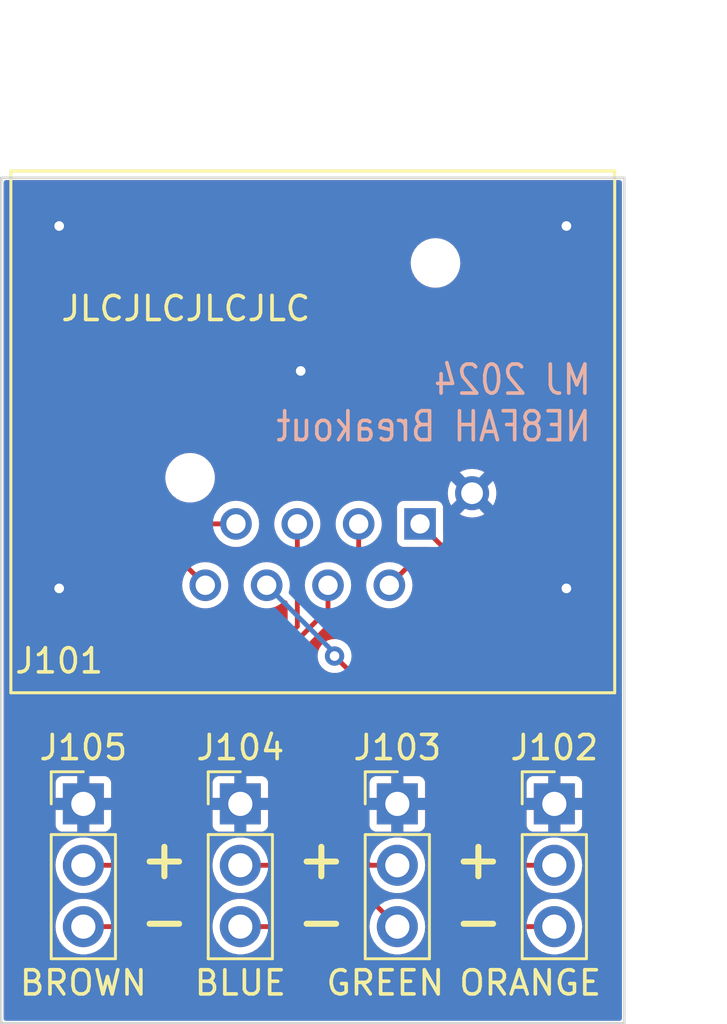
<source format=kicad_pcb>
(kicad_pcb (version 20221018) (generator pcbnew)
  (layers (0 "F.Cu" signal) (31 "B.Cu" signal) (34 "B.Paste" user) (35 "F.Paste" user) (36 "B.SilkS" user "B.Silkscreen") (37 "F.SilkS" user "F.Silkscreen") (38 "B.Mask" user) (39 "F.Mask" user) (44 "Edge.Cuts" user))
  (net 0 "")
  (net 1 "/ORANGE_P")
  (net 2 "/ORANGE_N")
  (net 3 "/GREEN_P")
  (net 4 "/BLUE_N")
  (net 5 "/BLUE_P")
  (net 6 "/GREEN_N")
  (net 7 "/BROWN_P")
  (net 8 "/BROWN_N")
  (net 9 "GND")
  (footprint "Connector_PinHeader_2.54mm:PinHeader_1x03_P2.54mm_Vertical" (layer "F.Cu") (at 60 74.92)
    (fp_text reference "J103" (at 0 -2.33) (layer "F.SilkS"))
    (fp_text value "GREEN" (at -0.5 7.41) (layer "F.SilkS"))
    (fp_line (start -1.33 -1.33) (end 0 -1.33) (stroke (width 0.12)) (layer "F.SilkS"))
    (fp_line (start -1.33 0) (end -1.33 -1.33) (stroke (width 0.12)) (layer "F.SilkS"))
    (fp_line (start -1.33 1.27) (end -1.33 6.41) (stroke (width 0.12)) (layer "F.SilkS"))
    (fp_line (start -1.33 1.27) (end 1.33 1.27) (stroke (width 0.12)) (layer "F.SilkS"))
    (fp_line (start -1.33 6.41) (end 1.33 6.41) (stroke (width 0.12)) (layer "F.SilkS"))
    (fp_line (start 1.33 1.27) (end 1.33 6.41) (stroke (width 0.12)) (layer "F.SilkS"))
    (pad "1" thru_hole rect (at 0 0) (size 1.7 1.7) (drill 1) (layers "*.Cu" "*.Mask") (net 9 "GND"))
    (pad "2" thru_hole oval (at 0 2.54) (size 1.7 1.7) (drill 1) (layers "*.Cu" "*.Mask") (net 3 "/GREEN_P"))
    (pad "3" thru_hole oval (at 0 5.08) (size 1.7 1.7) (drill 1) (layers "*.Cu" "*.Mask") (net 6 "/GREEN_N"))
  )
  (footprint "footprints:NEUTRIK_NE8FAH" (layer "F.Cu") (at 56.5 48.72)
    (fp_text reference "J101" (at -10.5 20.28) (layer "F.SilkS"))
    (fp_text value "NE8FAH" hide)
    (fp_line (start -12.5 0) (end 12.5 0) (stroke (width 0.127)) (layer "F.SilkS"))
    (fp_line (start -12.5 21.6) (end -12.5 0) (stroke (width 0.127)) (layer "F.SilkS"))
    (fp_line (start 12.5 0) (end 12.5 21.6) (stroke (width 0.127)) (layer "F.SilkS"))
    (fp_line (start 12.5 21.6) (end -12.5 21.6) (stroke (width 0.127)) (layer "F.SilkS"))
    (pad "" np_thru_hole circle (at -5.08 12.7) (size 1.55 1.55) (drill 1.55) (layers "*.Cu" "*.Mask"))
    (pad "" np_thru_hole circle (at 5.08 3.81) (size 1.55 1.55) (drill 1.55) (layers "*.Cu" "*.Mask"))
    (pad "1" thru_hole rect (at 4.44 14.61) (size 1.308 1.308) (drill 0.8) (layers "*.Cu" "*.Mask") (net 1 "/ORANGE_P"))
    (pad "2" thru_hole circle (at 3.17 17.15) (size 1.308 1.308) (drill 0.8) (layers "*.Cu" "*.Mask") (net 2 "/ORANGE_N"))
    (pad "3" thru_hole circle (at 1.9 14.61) (size 1.308 1.308) (drill 0.8) (layers "*.Cu" "*.Mask") (net 3 "/GREEN_P"))
    (pad "4" thru_hole circle (at 0.63 17.15) (size 1.308 1.308) (drill 0.8) (layers "*.Cu" "*.Mask") (net 4 "/BLUE_N"))
    (pad "5" thru_hole circle (at -0.64 14.61) (size 1.308 1.308) (drill 0.8) (layers "*.Cu" "*.Mask") (net 5 "/BLUE_P"))
    (pad "6" thru_hole circle (at -1.91 17.15) (size 1.308 1.308) (drill 0.8) (layers "*.Cu" "*.Mask") (net 6 "/GREEN_N"))
    (pad "7" thru_hole circle (at -3.18 14.61) (size 1.308 1.308) (drill 0.8) (layers "*.Cu" "*.Mask") (net 7 "/BROWN_P"))
    (pad "8" thru_hole circle (at -4.45 17.15) (size 1.308 1.308) (drill 0.8) (layers "*.Cu" "*.Mask") (net 8 "/BROWN_N"))
    (pad "G" thru_hole circle (at 6.595 13.34) (size 1.408 1.408) (drill 0.9) (layers "*.Cu" "*.Mask") (net 9 "GND"))
  )
  (footprint "Connector_PinHeader_2.54mm:PinHeader_1x03_P2.54mm_Vertical" (layer "F.Cu") (at 53.5 74.92)
    (fp_text reference "J104" (at 0 -2.33) (layer "F.SilkS"))
    (fp_text value "BLUE" (at 0 7.41) (layer "F.SilkS"))
    (fp_line (start -1.33 -1.33) (end 0 -1.33) (stroke (width 0.12)) (layer "F.SilkS"))
    (fp_line (start -1.33 0) (end -1.33 -1.33) (stroke (width 0.12)) (layer "F.SilkS"))
    (fp_line (start -1.33 1.27) (end -1.33 6.41) (stroke (width 0.12)) (layer "F.SilkS"))
    (fp_line (start -1.33 1.27) (end 1.33 1.27) (stroke (width 0.12)) (layer "F.SilkS"))
    (fp_line (start -1.33 6.41) (end 1.33 6.41) (stroke (width 0.12)) (layer "F.SilkS"))
    (fp_line (start 1.33 1.27) (end 1.33 6.41) (stroke (width 0.12)) (layer "F.SilkS"))
    (pad "1" thru_hole rect (at 0 0) (size 1.7 1.7) (drill 1) (layers "*.Cu" "*.Mask") (net 9 "GND"))
    (pad "2" thru_hole oval (at 0 2.54) (size 1.7 1.7) (drill 1) (layers "*.Cu" "*.Mask") (net 5 "/BLUE_P"))
    (pad "3" thru_hole oval (at 0 5.08) (size 1.7 1.7) (drill 1) (layers "*.Cu" "*.Mask") (net 4 "/BLUE_N"))
  )
  (footprint "Connector_PinHeader_2.54mm:PinHeader_1x03_P2.54mm_Vertical" (layer "F.Cu") (at 47 74.92)
    (fp_text reference "J105" (at 0 -2.33) (layer "F.SilkS"))
    (fp_text value "BROWN" (at 0 7.41) (layer "F.SilkS"))
    (fp_line (start -1.33 -1.33) (end 0 -1.33) (stroke (width 0.12)) (layer "F.SilkS"))
    (fp_line (start -1.33 0) (end -1.33 -1.33) (stroke (width 0.12)) (layer "F.SilkS"))
    (fp_line (start -1.33 1.27) (end -1.33 6.41) (stroke (width 0.12)) (layer "F.SilkS"))
    (fp_line (start -1.33 1.27) (end 1.33 1.27) (stroke (width 0.12)) (layer "F.SilkS"))
    (fp_line (start -1.33 6.41) (end 1.33 6.41) (stroke (width 0.12)) (layer "F.SilkS"))
    (fp_line (start 1.33 1.27) (end 1.33 6.41) (stroke (width 0.12)) (layer "F.SilkS"))
    (pad "1" thru_hole rect (at 0 0) (size 1.7 1.7) (drill 1) (layers "*.Cu" "*.Mask") (net 9 "GND"))
    (pad "2" thru_hole oval (at 0 2.54) (size 1.7 1.7) (drill 1) (layers "*.Cu" "*.Mask") (net 7 "/BROWN_P"))
    (pad "3" thru_hole oval (at 0 5.08) (size 1.7 1.7) (drill 1) (layers "*.Cu" "*.Mask") (net 8 "/BROWN_N"))
  )
  (footprint "Connector_PinHeader_2.54mm:PinHeader_1x03_P2.54mm_Vertical" (layer "F.Cu") (at 66.5 74.92)
    (fp_text reference "J102" (at 0 -2.33) (layer "F.SilkS"))
    (fp_text value "ORANGE" (at -1 7.41) (layer "F.SilkS"))
    (fp_line (start -1.33 -1.33) (end 0 -1.33) (stroke (width 0.12)) (layer "F.SilkS"))
    (fp_line (start -1.33 0) (end -1.33 -1.33) (stroke (width 0.12)) (layer "F.SilkS"))
    (fp_line (start -1.33 1.27) (end -1.33 6.41) (stroke (width 0.12)) (layer "F.SilkS"))
    (fp_line (start -1.33 1.27) (end 1.33 1.27) (stroke (width 0.12)) (layer "F.SilkS"))
    (fp_line (start -1.33 6.41) (end 1.33 6.41) (stroke (width 0.12)) (layer "F.SilkS"))
    (fp_line (start 1.33 1.27) (end 1.33 6.41) (stroke (width 0.12)) (layer "F.SilkS"))
    (pad "1" thru_hole rect (at 0 0) (size 1.7 1.7) (drill 1) (layers "*.Cu" "*.Mask") (net 9 "GND"))
    (pad "2" thru_hole oval (at 0 2.54) (size 1.7 1.7) (drill 1) (layers "*.Cu" "*.Mask") (net 1 "/ORANGE_P"))
    (pad "3" thru_hole oval (at 0 5.08) (size 1.7 1.7) (drill 1) (layers "*.Cu" "*.Mask") (net 2 "/ORANGE_N"))
  )
  (gr_poly (pts (xy 43.6 49) (xy 69.4 49) (xy 69.4 84) (xy 43.6 84)) (stroke (width 0.1)) (fill none) (layer "Edge.Cuts"))
  (gr_text "MJ 2024\nNE8FAH Breakout" (at 68.1 60) (layer "B.SilkS") (effects (font (size 1.2 1)) (justify left bottom mirror)))
  (gr_text "JLCJLCJLCJLC" (at 46 55) (layer "F.SilkS") (effects (font (size 1 1)) (justify left bottom)))
  (gr_text "+\n-" (at 62.2 80.7) (layer "F.SilkS") (effects (font (size 1.6 1.6) (thickness 0.25)) (justify left bottom)))
  (gr_text "+\n-" (at 55.7 80.7) (layer "F.SilkS") (effects (font (size 1.6 1.6) (thickness 0.25)) (justify left bottom)))
  (gr_text "+\n-" (at 49.2 80.7) (layer "F.SilkS") (effects (font (size 1.6 1.6) (thickness 0.25)) (justify left bottom)))
  (segment (start 65.06 77.46) (end 64.2 76.6) (width 0.2) (layer "F.Cu") (net 1))
  (segment (start 64.2 76.6) (end 64.2 66.6) (width 0.2) (layer "F.Cu") (net 1))
  (segment (start 64.2 66.6) (end 60.94 63.34) (width 0.2) (layer "F.Cu") (net 1))
  (segment (start 60.94 63.34) (end 60.94 63.33) (width 0.2) (layer "F.Cu") (net 1))
  (segment (start 66.5 77.46) (end 65.06 77.46) (width 0.2) (layer "F.Cu") (net 1))
  (segment (start 65 80) (end 63.8 78.8) (width 0.2) (layer "F.Cu") (net 2))
  (segment (start 62.017157 64.982843) (end 60.557157 64.982843) (width 0.2) (layer "F.Cu") (net 2))
  (segment (start 60.557157 64.982843) (end 59.67 65.87) (width 0.2) (layer "F.Cu") (net 2))
  (segment (start 63.8 78.8) (end 63.8 66.765686) (width 0.2) (layer "F.Cu") (net 2))
  (segment (start 66.5 80) (end 65 80) (width 0.2) (layer "F.Cu") (net 2))
  (segment (start 63.8 66.765686) (end 62.017157 64.982843) (width 0.2) (layer "F.Cu") (net 2))
  (segment (start 58.4 77) (end 58.4 63.33) (width 0.2) (layer "F.Cu") (net 3))
  (segment (start 58.86 77.46) (end 58.4 77) (width 0.2) (layer "F.Cu") (net 3))
  (segment (start 60 77.46) (end 58.86 77.46) (width 0.2) (layer "F.Cu") (net 3))
  (segment (start 57.13 66.87) (end 57.13 65.87) (width 0.2) (layer "F.Cu") (net 4))
  (segment (start 54.8 80) (end 55.8 79) (width 0.2) (layer "F.Cu") (net 4))
  (segment (start 53.5 80) (end 54.8 80) (width 0.2) (layer "F.Cu") (net 4))
  (segment (start 55.8 68.2) (end 57.13 66.87) (width 0.2) (layer "F.Cu") (net 4))
  (segment (start 55.8 79) (end 55.8 68.2) (width 0.2) (layer "F.Cu") (net 4))
  (segment (start 55.4 68.034314) (end 55.86 67.574314) (width 0.2) (layer "F.Cu") (net 5))
  (segment (start 55.4 77) (end 55.4 68.034314) (width 0.2) (layer "F.Cu") (net 5))
  (segment (start 55.86 67.574314) (end 55.86 63.33) (width 0.2) (layer "F.Cu") (net 5))
  (segment (start 54.94 77.46) (end 55.4 77) (width 0.2) (layer "F.Cu") (net 5))
  (segment (start 53.5 77.46) (end 54.94 77.46) (width 0.2) (layer "F.Cu") (net 5))
  (segment (start 57.4 68.8) (end 58 69.4) (width 0.2) (layer "F.Cu") (net 6))
  (segment (start 58 69.4) (end 58 78) (width 0.2) (layer "F.Cu") (net 6))
  (segment (start 58 78) (end 60 80) (width 0.2) (layer "F.Cu") (net 6))
  (via (at 57.4 68.8) (size 0.8) (drill 0.4) (layers "F.Cu" "B.Cu") (net 6))
  (segment (start 57.4 68.68) (end 54.59 65.87) (width 0.2) (layer "B.Cu") (net 6))
  (segment (start 57.4 68.8) (end 57.4 68.68) (width 0.2) (layer "B.Cu") (net 6))
  (segment (start 49.5 65.5) (end 51.67 63.33) (width 0.2) (layer "F.Cu") (net 7))
  (segment (start 49.5 76.5) (end 49.5 65.5) (width 0.2) (layer "F.Cu") (net 7))
  (segment (start 51.67 63.33) (end 53.32 63.33) (width 0.2) (layer "F.Cu") (net 7))
  (segment (start 47 77.46) (end 48.54 77.46) (width 0.2) (layer "F.Cu") (net 7))
  (segment (start 48.54 77.46) (end 49.5 76.5) (width 0.2) (layer "F.Cu") (net 7))
  (segment (start 49 80) (end 47 80) (width 0.2) (layer "F.Cu") (net 8))
  (segment (start 50.582843 64.982843) (end 50 65.565686) (width 0.2) (layer "F.Cu") (net 8))
  (segment (start 50 65.565686) (end 50 79) (width 0.2) (layer "F.Cu") (net 8))
  (segment (start 50 79) (end 49 80) (width 0.2) (layer "F.Cu") (net 8))
  (segment (start 52.05 65.87) (end 51.162843 64.982843) (width 0.2) (layer "F.Cu") (net 8))
  (segment (start 51.162843 64.982843) (end 50.582843 64.982843) (width 0.2) (layer "F.Cu") (net 8))
  (via (at 46 66) (size 0.8) (drill 0.4) (layers "F.Cu" "B.Cu") (net 9))
  (via (at 67 51) (size 0.8) (drill 0.4) (layers "F.Cu" "B.Cu") (net 9))
  (via (at 46 51) (size 0.8) (drill 0.4) (layers "F.Cu" "B.Cu") (net 9))
  (via (at 67 66) (size 0.8) (drill 0.4) (layers "F.Cu" "B.Cu") (net 9))
  (via (at 56 57) (size 0.8) (drill 0.4) (layers "F.Cu" "B.Cu") (net 9))
  (zone (net 9) (net_name "GND") (layers "F&B.Cu") (connect_pads (clearance 0.3)) (min_thickness 0.2) (fill yes (thermal_gap 0.3) (thermal_bridge_width 0.5))
    (polygon (pts (xy 43.6 49) (xy 69.4 49) (xy 69.4 84) (xy 43.6 84)))
  )
)
</source>
